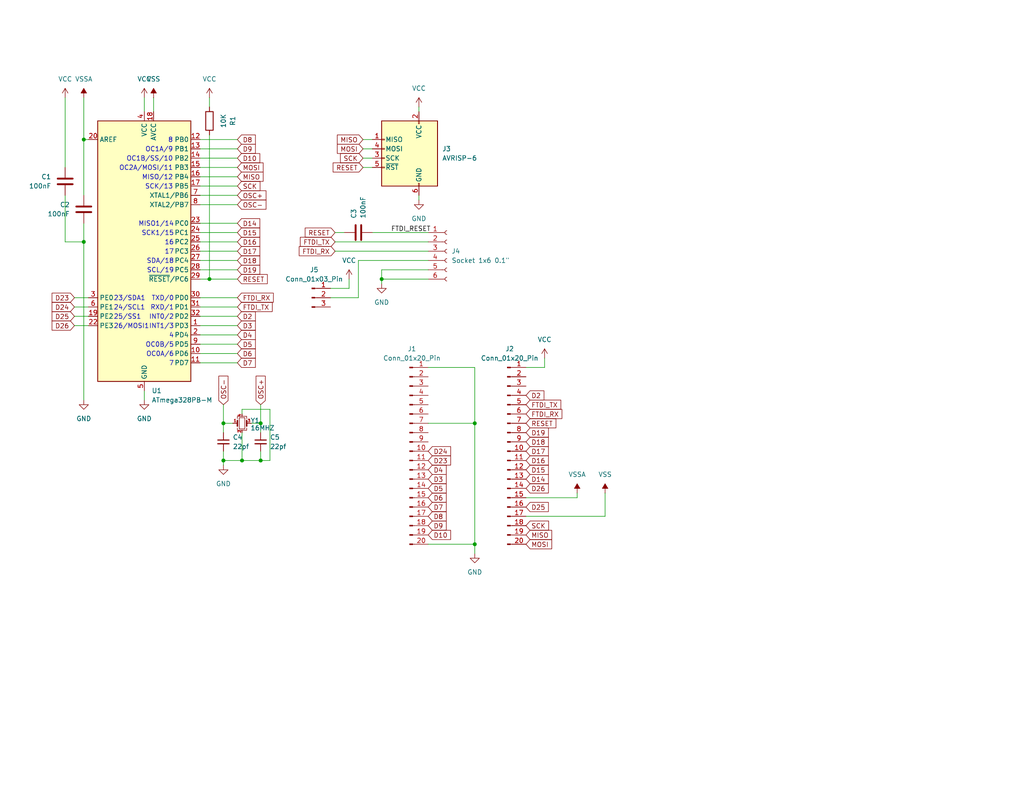
<source format=kicad_sch>
(kicad_sch (version 20231120) (generator "eeschema") (generator_version "8.0")
  (paper "USLetter")
  (title_block (title "OLED SPLICE FOR RPK5-GM4101") (date "2024-04-01") (rev "3") (company "JOHN SANDMEYER"))
  (lib_symbols
    (symbol "Connector:AVR-ISP-6" (pin_names (offset 1.016))
      (property "Reference" "J" (at -6.35 11.43 0))
      (property "Value" "AVR-ISP-6" (at 0 11.43 0))
      (symbol "AVR-ISP-6_0_1"
        (rectangle (start -2.667 -6.858) (end -2.413 -7.62))
        (rectangle (start -2.667 10.16) (end -2.413 9.398))
        (rectangle (start 7.62 -2.413) (end 6.858 -2.667))
        (rectangle (start 7.62 0.127) (end 6.858 -0.127))
        (rectangle (start 7.62 2.667) (end 6.858 2.413))
        (rectangle (start 7.62 5.207) (end 6.858 4.953))
        (rectangle (start 7.62 10.16) (end -7.62 -7.62) (stroke (width 0.254)) (fill (type background)))
      )
      (symbol "AVR-ISP-6_1_1"
        (pin passive line (at 10.16 5.08 180) (length 2.54) (name "MISO") (number "1"))
        (pin passive line (at -2.54 12.7 270) (length 2.54) (name "VCC") (number "2"))
        (pin passive line (at 10.16 0 180) (length 2.54) (name "SCK") (number "3"))
        (pin passive line (at 10.16 2.54 180) (length 2.54) (name "MOSI") (number "4"))
        (pin passive line (at 10.16 -2.54 180) (length 2.54) (name "~{RST}") (number "5"))
        (pin passive line (at -2.54 -10.16 90) (length 2.54) (name "GND") (number "6"))
      )
    )
    (symbol "Connector:Conn_01x03_Pin" (pin_names (offset 1.016) hide)
      (property "Reference" "J" (at 0 5.08 0))
      (property "Value" "Conn_01x03_Pin" (at 0 -5.08 0))
      (symbol "Conn_01x03_Pin_1_1"
        (polyline (pts (xy 1.27 -2.54) (xy 0.8636 -2.54)) (stroke (width 0.1524)))
        (polyline (pts (xy 1.27 0) (xy 0.8636 0)) (stroke (width 0.1524)))
        (polyline (pts (xy 1.27 2.54) (xy 0.8636 2.54)) (stroke (width 0.1524)))
        (rectangle (start 0.8636 -2.413) (end 0 -2.667) (stroke (width 0.1524)) (fill (type outline)))
        (rectangle (start 0.8636 0.127) (end 0 -0.127) (stroke (width 0.1524)) (fill (type outline)))
        (rectangle (start 0.8636 2.667) (end 0 2.413) (stroke (width 0.1524)) (fill (type outline)))
        (pin passive line (at 5.08 2.54 180) (length 3.81) (name "Pin_1") (number "1"))
        (pin passive line (at 5.08 0 180) (length 3.81) (name "Pin_2") (number "2"))
        (pin passive line (at 5.08 -2.54 180) (length 3.81) (name "Pin_3") (number "3"))
      )
    )
    (symbol "Connector:Conn_01x06_Socket" (pin_names (offset 1.016) hide)
      (property "Reference" "J" (at 0 7.62 0))
      (property "Value" "Conn_01x06_Socket" (at 0 -10.16 0))
      (symbol "Conn_01x06_Socket_1_1"
        (arc (start 0 -7.112) (mid -0.5058 -7.62) (end 0 -8.128) (stroke (width 0.1524)))
        (arc (start 0 -4.572) (mid -0.5058 -5.08) (end 0 -5.588) (stroke (width 0.1524)))
        (arc (start 0 -2.032) (mid -0.5058 -2.54) (end 0 -3.048) (stroke (width 0.1524)))
        (polyline (pts (xy -1.27 -7.62) (xy -0.508 -7.62)) (stroke (width 0.1524)))
        (polyline (pts (xy -1.27 -5.08) (xy -0.508 -5.08)) (stroke (width 0.1524)))
        (polyline (pts (xy -1.27 -2.54) (xy -0.508 -2.54)) (stroke (width 0.1524)))
        (polyline (pts (xy -1.27 0) (xy -0.508 0)) (stroke (width 0.1524)))
        (polyline (pts (xy -1.27 2.54) (xy -0.508 2.54)) (stroke (width 0.1524)))
        (polyline (pts (xy -1.27 5.08) (xy -0.508 5.08)) (stroke (width 0.1524)))
        (arc (start 0 0.508) (mid -0.5058 0) (end 0 -0.508) (stroke (width 0.1524)))
        (arc (start 0 3.048) (mid -0.5058 2.54) (end 0 2.032) (stroke (width 0.1524)))
        (arc (start 0 5.588) (mid -0.5058 5.08) (end 0 4.572) (stroke (width 0.1524)))
        (pin passive line (at -5.08 5.08 0) (length 3.81) (name "Pin_1") (number "1"))
        (pin passive line (at -5.08 2.54 0) (length 3.81) (name "Pin_2") (number "2"))
        (pin passive line (at -5.08 0 0) (length 3.81) (name "Pin_3") (number "3"))
        (pin passive line (at -5.08 -2.54 0) (length 3.81) (name "Pin_4") (number "4"))
        (pin passive line (at -5.08 -5.08 0) (length 3.81) (name "Pin_5") (number "5"))
        (pin passive line (at -5.08 -7.62 0) (length 3.81) (name "Pin_6") (number "6"))
      )
    )
    (symbol "Connector:Conn_01x20_Pin" (pin_names (offset 1.016) hide)
      (property "Reference" "J" (at 0 25.4 0))
      (property "Value" "Conn_01x20_Pin" (at 0 -27.94 0))
      (symbol "Conn_01x20_Pin_1_1"
        (polyline (pts (xy 1.27 -25.4) (xy 0.8636 -25.4)) (stroke (width 0.1524)))
        (polyline (pts (xy 1.27 -22.86) (xy 0.8636 -22.86)) (stroke (width 0.1524)))
        (polyline (pts (xy 1.27 -20.32) (xy 0.8636 -20.32)) (stroke (width 0.1524)))
        (polyline (pts (xy 1.27 -17.78) (xy 0.8636 -17.78)) (stroke (width 0.1524)))
        (polyline (pts (xy 1.27 -15.24) (xy 0.8636 -15.24)) (stroke (width 0.1524)))
        (polyline (pts (xy 1.27 -12.7) (xy 0.8636 -12.7)) (stroke (width 0.1524)))
        (polyline (pts (xy 1.27 -10.16) (xy 0.8636 -10.16)) (stroke (width 0.1524)))
        (polyline (pts (xy 1.27 -7.62) (xy 0.8636 -7.62)) (stroke (width 0.1524)))
        (polyline (pts (xy 1.27 -5.08) (xy 0.8636 -5.08)) (stroke (width 0.1524)))
        (polyline (pts (xy 1.27 -2.54) (xy 0.8636 -2.54)) (stroke (width 0.1524)))
        (polyline (pts (xy 1.27 0) (xy 0.8636 0)) (stroke (width 0.1524)))
        (polyline (pts (xy 1.27 2.54) (xy 0.8636 2.54)) (stroke (width 0.1524)))
        (polyline (pts (xy 1.27 5.08) (xy 0.8636 5.08)) (stroke (width 0.1524)))
        (polyline (pts (xy 1.27 7.62) (xy 0.8636 7.62)) (stroke (width 0.1524)))
        (polyline (pts (xy 1.27 10.16) (xy 0.8636 10.16)) (stroke (width 0.1524)))
        (polyline (pts (xy 1.27 12.7) (xy 0.8636 12.7)) (stroke (width 0.1524)))
        (polyline (pts (xy 1.27 15.24) (xy 0.8636 15.24)) (stroke (width 0.1524)))
        (polyline (pts (xy 1.27 17.78) (xy 0.8636 17.78)) (stroke (width 0.1524)))
        (polyline (pts (xy 1.27 20.32) (xy 0.8636 20.32)) (stroke (width 0.1524)))
        (polyline (pts (xy 1.27 22.86) (xy 0.8636 22.86)) (stroke (width 0.1524)))
        (rectangle (start 0.8636 -25.273) (end 0 -25.527) (stroke (width 0.1524)) (fill (type outline)))
        (rectangle (start 0.8636 -22.733) (end 0 -22.987) (stroke (width 0.1524)) (fill (type outline)))
        (rectangle (start 0.8636 -20.193) (end 0 -20.447) (stroke (width 0.1524)) (fill (type outline)))
        (rectangle (start 0.8636 -17.653) (end 0 -17.907) (stroke (width 0.1524)) (fill (type outline)))
        (rectangle (start 0.8636 -15.113) (end 0 -15.367) (stroke (width 0.1524)) (fill (type outline)))
        (rectangle (start 0.8636 -12.573) (end 0 -12.827) (stroke (width 0.1524)) (fill (type outline)))
        (rectangle (start 0.8636 -10.033) (end 0 -10.287) (stroke (width 0.1524)) (fill (type outline)))
        (rectangle (start 0.8636 -7.493) (end 0 -7.747) (stroke (width 0.1524)) (fill (type outline)))
        (rectangle (start 0.8636 -4.953) (end 0 -5.207) (stroke (width 0.1524)) (fill (type outline)))
        (rectangle (start 0.8636 -2.413) (end 0 -2.667) (stroke (width 0.1524)) (fill (type outline)))
        (rectangle (start 0.8636 0.127) (end 0 -0.127) (stroke (width 0.1524)) (fill (type outline)))
        (rectangle (start 0.8636 2.667) (end 0 2.413) (stroke (width 0.1524)) (fill (type outline)))
        (rectangle (start 0.8636 5.207) (end 0 4.953) (stroke (width 0.1524)) (fill (type outline)))
        (rectangle (start 0.8636 7.747) (end 0 7.493) (stroke (width 0.1524)) (fill (type outline)))
        (rectangle (start 0.8636 10.287) (end 0 10.033) (stroke (width 0.1524)) (fill (type outline)))
        (rectangle (start 0.8636 12.827) (end 0 12.573) (stroke (width 0.1524)) (fill (type outline)))
        (rectangle (start 0.8636 15.367) (end 0 15.113) (stroke (width 0.1524)) (fill (type outline)))
        (rectangle (start 0.8636 17.907) (end 0 17.653) (stroke (width 0.1524)) (fill (type outline)))
        (rectangle (start 0.8636 20.447) (end 0 20.193) (stroke (width 0.1524)) (fill (type outline)))
        (rectangle (start 0.8636 22.987) (end 0 22.733) (stroke (width 0.1524)) (fill (type outline)))
        (pin passive line (at 5.08 22.86 180) (length 3.81) (name "Pin_1") (number "1"))
        (pin passive line (at 5.08 0 180) (length 3.81) (name "Pin_10") (number "10"))
        (pin passive line (at 5.08 -2.54 180) (length 3.81) (name "Pin_11") (number "11"))
        (pin passive line (at 5.08 -5.08 180) (length 3.81) (name "Pin_12") (number "12"))
        (pin passive line (at 5.08 -7.62 180) (length 3.81) (name "Pin_13") (number "13"))
        (pin passive line (at 5.08 -10.16 180) (length 3.81) (name "Pin_14") (number "14"))
        (pin passive line (at 5.08 -12.7 180) (length 3.81) (name "Pin_15") (number "15"))
        (pin passive line (at 5.08 -15.24 180) (length 3.81) (name "Pin_16") (number "16"))
        (pin passive line (at 5.08 -17.78 180) (length 3.81) (name "Pin_17") (number "17"))
        (pin passive line (at 5.08 -20.32 180) (length 3.81) (name "Pin_18") (number "18"))
        (pin passive line (at 5.08 -22.86 180) (length 3.81) (name "Pin_19") (number "19"))
        (pin passive line (at 5.08 20.32 180) (length 3.81) (name "Pin_2") (number "2"))
        (pin passive line (at 5.08 -25.4 180) (length 3.81) (name "Pin_20") (number "20"))
        (pin passive line (at 5.08 17.78 180) (length 3.81) (name "Pin_3") (number "3"))
        (pin passive line (at 5.08 15.24 180) (length 3.81) (name "Pin_4") (number "4"))
        (pin passive line (at 5.08 12.7 180) (length 3.81) (name "Pin_5") (number "5"))
        (pin passive line (at 5.08 10.16 180) (length 3.81) (name "Pin_6") (number "6"))
        (pin passive line (at 5.08 7.62 180) (length 3.81) (name "Pin_7") (number "7"))
        (pin passive line (at 5.08 5.08 180) (length 3.81) (name "Pin_8") (number "8"))
        (pin passive line (at 5.08 2.54 180) (length 3.81) (name "Pin_9") (number "9"))
      )
    )
    (symbol "Device:C" (pin_numbers hide) (pin_names (offset 0.254))
      (property "Reference" "C" (at 0.635 2.54 0))
      (property "Value" "C" (at 0.635 -2.54 0))
      (symbol "C_0_1"
        (polyline (pts (xy -2.032 -0.762) (xy 2.032 -0.762)) (stroke (width 0.508)))
        (polyline (pts (xy -2.032 0.762) (xy 2.032 0.762)) (stroke (width 0.508)))
      )
      (symbol "C_1_1"
        (pin passive line (at 0 3.81 270) (length 2.794) (name "~") (number "1"))
        (pin passive line (at 0 -3.81 90) (length 2.794) (name "~") (number "2"))
      )
    )
    (symbol "Device:C_Small" (pin_numbers hide) (pin_names (offset 0.254) hide)
      (property "Reference" "C" (at 0.254 1.778 0))
      (property "Value" "C_Small" (at 0.254 -2.032 0))
      (symbol "C_Small_0_1"
        (polyline (pts (xy -1.524 -0.508) (xy 1.524 -0.508)) (stroke (width 0.3302)))
        (polyline (pts (xy -1.524 0.508) (xy 1.524 0.508)) (stroke (width 0.3048)))
      )
      (symbol "C_Small_1_1"
        (pin passive line (at 0 2.54 270) (length 2.032) (name "~") (number "1"))
        (pin passive line (at 0 -2.54 90) (length 2.032) (name "~") (number "2"))
      )
    )
    (symbol "Device:Crystal_GND24_Small" (pin_names (offset 1.016) hide)
      (property "Reference" "Y" (at 1.27 4.445 0))
      (property "Value" "Crystal_GND24_Small" (at 1.27 2.54 0))
      (symbol "Crystal_GND24_Small_0_1"
        (rectangle (start -0.762 -1.524) (end 0.762 1.524))
        (polyline (pts (xy -1.27 -0.762) (xy -1.27 0.762)) (stroke (width 0.381)))
        (polyline (pts (xy 1.27 -0.762) (xy 1.27 0.762)) (stroke (width 0.381)))
        (polyline (pts (xy -1.27 -1.27) (xy -1.27 -1.905) (xy 1.27 -1.905) (xy 1.27 -1.27)))
        (polyline (pts (xy -1.27 1.27) (xy -1.27 1.905) (xy 1.27 1.905) (xy 1.27 1.27)))
      )
      (symbol "Crystal_GND24_Small_1_1"
        (pin passive line (at -2.54 0 0) (length 1.27) (name "1") (number "1"))
        (pin passive line (at 0 -2.54 90) (length 0.635) (name "2") (number "2"))
        (pin passive line (at 2.54 0 180) (length 1.27) (name "3") (number "3"))
        (pin passive line (at 0 2.54 270) (length 0.635) (name "4") (number "4"))
      )
    )
    (symbol "Device:R" (pin_numbers hide) (pin_names (offset 0))
      (property "Reference" "R" (at 2.032 0 90))
      (property "Value" "R" (at 0 0 90))
      (symbol "R_0_1"
        (rectangle (start -1.016 -2.54) (end 1.016 2.54) (stroke (width 0.254)))
      )
      (symbol "R_1_1"
        (pin passive line (at 0 3.81 270) (length 1.27) (name "~") (number "1"))
        (pin passive line (at 0 -3.81 90) (length 1.27) (name "~") (number "2"))
      )
    )
    (symbol "MCU_Microchip_ATmega:ATmega328PB-M"
      (property "Reference" "U" (at -12.7 36.83 0))
      (property "Value" "ATmega328PB-M" (at 2.54 -36.83 0))
      (symbol "ATmega328PB-M_0_1"
        (rectangle (start -12.7 -35.56) (end 12.7 35.56) (stroke (width 0.254)) (fill (type background)))
      )
      (symbol "ATmega328PB-M_1_1"
        (pin bidirectional line (at 15.24 -20.32 180) (length 2.54) (name "PD3") (number "1"))
        (pin bidirectional line (at 15.24 -27.94 180) (length 2.54) (name "PD6") (number "10"))
        (pin bidirectional line (at 15.24 -30.48 180) (length 2.54) (name "PD7") (number "11"))
        (pin bidirectional line (at 15.24 30.48 180) (length 2.54) (name "PB0") (number "12"))
        (pin bidirectional line (at 15.24 27.94 180) (length 2.54) (name "PB1") (number "13"))
        (pin bidirectional line (at 15.24 25.4 180) (length 2.54) (name "PB2") (number "14"))
        (pin bidirectional line (at 15.24 22.86 180) (length 2.54) (name "PB3") (number "15"))
        (pin bidirectional line (at 15.24 20.32 180) (length 2.54) (name "PB4") (number "16"))
        (pin bidirectional line (at 15.24 17.78 180) (length 2.54) (name "PB5") (number "17"))
        (pin power_in line (at 2.54 38.1 270) (length 2.54) (name "AVCC") (number "18"))
        (pin bidirectional line (at -15.24 -17.78 0) (length 2.54) (name "PE2") (number "19"))
        (pin bidirectional line (at 15.24 -22.86 180) (length 2.54) (name "PD4") (number "2"))
        (pin passive line (at -15.24 30.48 0) (length 2.54) (name "AREF") (number "20"))
        (pin passive line (at 0 -38.1 90) (length 2.54) hide (name "GND") (number "21"))
        (pin bidirectional line (at -15.24 -20.32 0) (length 2.54) (name "PE3") (number "22"))
        (pin bidirectional line (at 15.24 7.62 180) (length 2.54) (name "PC0") (number "23"))
        (pin bidirectional line (at 15.24 5.08 180) (length 2.54) (name "PC1") (number "24"))
        (pin bidirectional line (at 15.24 2.54 180) (length 2.54) (name "PC2") (number "25"))
        (pin bidirectional line (at 15.24 0 180) (length 2.54) (name "PC3") (number "26"))
        (pin bidirectional line (at 15.24 -2.54 180) (length 2.54) (name "PC4") (number "27"))
        (pin bidirectional line (at 15.24 -5.08 180) (length 2.54) (name "PC5") (number "28"))
        (pin bidirectional line (at 15.24 -7.62 180) (length 2.54) (name "~{RESET}/PC6") (number "29"))
        (pin bidirectional line (at -15.24 -12.7 0) (length 2.54) (name "PE0") (number "3"))
        (pin bidirectional line (at 15.24 -12.7 180) (length 2.54) (name "PD0") (number "30"))
        (pin bidirectional line (at 15.24 -15.24 180) (length 2.54) (name "PD1") (number "31"))
        (pin bidirectional line (at 15.24 -17.78 180) (length 2.54) (name "PD2") (number "32"))
        (pin passive line (at 0 -38.1 90) (length 2.54) hide (name "GND") (number "33"))
        (pin power_in line (at 0 38.1 270) (length 2.54) (name "VCC") (number "4"))
        (pin power_in line (at 0 -38.1 90) (length 2.54) (name "GND") (number "5"))
        (pin bidirectional line (at -15.24 -15.24 0) (length 2.54) (name "PE1") (number "6"))
        (pin bidirectional line (at 15.24 15.24 180) (length 2.54) (name "XTAL1/PB6") (number "7"))
        (pin bidirectional line (at 15.24 12.7 180) (length 2.54) (name "XTAL2/PB7") (number "8"))
        (pin bidirectional line (at 15.24 -25.4 180) (length 2.54) (name "PD5") (number "9"))
      )
    )
    (symbol "power:GND" (power) (pin_names (offset 0))
      (property "Value" "GND" (at 0 -3.81 0))
      (symbol "GND_0_1"
        (polyline (pts (xy 0 0) (xy 0 -1.27) (xy 1.27 -1.27) (xy 0 -2.54) (xy -1.27 -1.27) (xy 0 -1.27)))
      )
      (symbol "GND_1_1"
        (pin power_in line (at 0 0 270) (length 0) hide (name "GND") (number "1"))
      )
    )
    (symbol "power:VCC" (power) (pin_names (offset 0))
      (property "Value" "VCC" (at 0 3.81 0))
      (symbol "VCC_0_1"
        (polyline (pts (xy -0.762 1.27) (xy 0 2.54)))
        (polyline (pts (xy 0 0) (xy 0 2.54)))
        (polyline (pts (xy 0 2.54) (xy 0.762 1.27)))
      )
      (symbol "VCC_1_1"
        (pin power_in line (at 0 0 90) (length 0) hide (name "VCC") (number "1"))
      )
    )
    (symbol "power:VSS" (power) (pin_numbers hide) (pin_names (offset 0) hide)
      (property "Value" "VSS" (at 0 3.556 0))
      (symbol "VSS_0_1"
        (polyline (pts (xy 0 0) (xy 0 2.54)))
        (polyline (pts (xy 0.762 1.27) (xy -0.762 1.27) (xy 0 2.54) (xy 0.762 1.27)) (fill (type outline)))
      )
      (symbol "VSS_1_1"
        (pin power_in line (at 0 0 90) (length 0) (name "~") (number "1"))
      )
    )
    (symbol "power:VSSA" (power) (pin_numbers hide) (pin_names (offset 0) hide)
      (property "Value" "VSSA" (at 0 3.556 0))
      (symbol "VSSA_0_1"
        (polyline (pts (xy 0 0) (xy 0 2.54)))
        (polyline (pts (xy 0.762 1.27) (xy -0.762 1.27) (xy 0 2.54) (xy 0.762 1.27)) (fill (type outline)))
      )
      (symbol "VSSA_1_1"
        (pin power_in line (at 0 0 90) (length 0) (name "~") (number "1"))
      )
    )
  )
  (junction (at 71.12 125.73))
  (junction (at 129.54 148.59))
  (junction (at 60.96 125.73))
  (junction (at 60.96 115.57))
  (junction (at 104.14 76.2))
  (junction (at 66.04 125.73))
  (junction (at 129.54 115.57))
  (junction (at 22.86 38.1))
  (junction (at 71.12 115.57))
  (junction (at 57.15 76.2))
  (junction (at 22.86 66.04))
  (wire (pts (xy 129.54 115.57) (xy 129.54 148.59)))
  (wire (pts (xy 66.04 118.11) (xy 66.04 125.73)))
  (wire (pts (xy 60.96 125.73) (xy 66.04 125.73)))
  (wire (pts (xy 54.61 45.72) (xy 64.77 45.72)))
  (wire (pts (xy 99.06 45.72) (xy 101.6 45.72)))
  (wire (pts (xy 54.61 48.26) (xy 64.77 48.26)))
  (wire (pts (xy 157.48 135.89) (xy 157.48 134.62)))
  (wire (pts (xy 22.86 66.04) (xy 22.86 109.22)))
  (wire (pts (xy 91.44 68.58) (xy 116.84 68.58)))
  (wire (pts (xy 104.14 73.66) (xy 104.14 76.2)))
  (wire (pts (xy 57.15 76.2) (xy 64.77 76.2)))
  (wire (pts (xy 60.96 110.49) (xy 60.96 115.57)))
  (wire (pts (xy 22.86 60.96) (xy 22.86 66.04)))
  (wire (pts (xy 60.96 115.57) (xy 60.96 118.11)))
  (wire (pts (xy 17.78 53.34) (xy 17.78 66.04)))
  (wire (pts (xy 54.61 53.34) (xy 64.77 53.34)))
  (wire (pts (xy 99.06 38.1) (xy 101.6 38.1)))
  (wire (pts (xy 54.61 66.04) (xy 64.77 66.04)))
  (wire (pts (xy 54.61 50.8) (xy 64.77 50.8)))
  (wire (pts (xy 20.32 86.36) (xy 24.13 86.36)))
  (wire (pts (xy 91.44 63.5) (xy 93.98 63.5)))
  (wire (pts (xy 73.66 111.76) (xy 73.66 125.73)))
  (wire (pts (xy 143.51 100.33) (xy 148.59 100.33)))
  (wire (pts (xy 54.61 73.66) (xy 64.77 73.66)))
  (wire (pts (xy 116.84 73.66) (xy 104.14 73.66)))
  (wire (pts (xy 71.12 125.73) (xy 73.66 125.73)))
  (wire (pts (xy 17.78 66.04) (xy 22.86 66.04)))
  (wire (pts (xy 54.61 96.52) (xy 64.77 96.52)))
  (wire (pts (xy 148.59 100.33) (xy 148.59 97.79)))
  (wire (pts (xy 97.79 71.12) (xy 97.79 81.28)))
  (wire (pts (xy 71.12 123.19) (xy 71.12 125.73)))
  (wire (pts (xy 101.6 63.5) (xy 116.84 63.5)))
  (wire (pts (xy 129.54 148.59) (xy 129.54 151.13)))
  (wire (pts (xy 20.32 88.9) (xy 24.13 88.9)))
  (wire (pts (xy 66.04 125.73) (xy 71.12 125.73)))
  (wire (pts (xy 20.32 81.28) (xy 24.13 81.28)))
  (wire (pts (xy 39.37 26.67) (xy 39.37 30.48)))
  (wire (pts (xy 20.32 83.82) (xy 24.13 83.82)))
  (wire (pts (xy 71.12 110.49) (xy 71.12 115.57)))
  (wire (pts (xy 54.61 81.28) (xy 64.77 81.28)))
  (wire (pts (xy 57.15 36.83) (xy 57.15 76.2)))
  (wire (pts (xy 22.86 38.1) (xy 22.86 53.34)))
  (wire (pts (xy 104.14 76.2) (xy 104.14 77.47)))
  (wire (pts (xy 54.61 55.88) (xy 64.77 55.88)))
  (wire (pts (xy 54.61 60.96) (xy 64.77 60.96)))
  (wire (pts (xy 54.61 91.44) (xy 64.77 91.44)))
  (wire (pts (xy 116.84 115.57) (xy 129.54 115.57)))
  (wire (pts (xy 54.61 83.82) (xy 64.77 83.82)))
  (wire (pts (xy 97.79 81.28) (xy 90.17 81.28)))
  (wire (pts (xy 17.78 45.72) (xy 17.78 26.67)))
  (wire (pts (xy 99.06 40.64) (xy 101.6 40.64)))
  (wire (pts (xy 54.61 43.18) (xy 64.77 43.18)))
  (wire (pts (xy 22.86 38.1) (xy 24.13 38.1)))
  (wire (pts (xy 54.61 40.64) (xy 64.77 40.64)))
  (wire (pts (xy 95.25 78.74) (xy 95.25 76.2)))
  (wire (pts (xy 54.61 93.98) (xy 64.77 93.98)))
  (wire (pts (xy 54.61 71.12) (xy 64.77 71.12)))
  (wire (pts (xy 41.91 26.67) (xy 41.91 30.48)))
  (wire (pts (xy 54.61 99.06) (xy 64.77 99.06)))
  (wire (pts (xy 116.84 71.12) (xy 97.79 71.12)))
  (wire (pts (xy 116.84 148.59) (xy 129.54 148.59)))
  (wire (pts (xy 90.17 78.74) (xy 95.25 78.74)))
  (wire (pts (xy 68.58 115.57) (xy 71.12 115.57)))
  (wire (pts (xy 91.44 66.04) (xy 116.84 66.04)))
  (wire (pts (xy 165.1 140.97) (xy 165.1 134.62)))
  (wire (pts (xy 99.06 43.18) (xy 101.6 43.18)))
  (wire (pts (xy 71.12 115.57) (xy 71.12 118.11)))
  (wire (pts (xy 60.96 123.19) (xy 60.96 125.73)))
  (wire (pts (xy 129.54 100.33) (xy 129.54 115.57)))
  (wire (pts (xy 54.61 86.36) (xy 64.77 86.36)))
  (wire (pts (xy 39.37 106.68) (xy 39.37 109.22)))
  (wire (pts (xy 54.61 76.2) (xy 57.15 76.2)))
  (wire (pts (xy 54.61 68.58) (xy 64.77 68.58)))
  (wire (pts (xy 60.96 115.57) (xy 63.5 115.57)))
  (wire (pts (xy 66.04 113.03) (xy 66.04 111.76)))
  (wire (pts (xy 54.61 38.1) (xy 64.77 38.1)))
  (wire (pts (xy 116.84 100.33) (xy 129.54 100.33)))
  (wire (pts (xy 60.96 125.73) (xy 60.96 127)))
  (wire (pts (xy 57.15 29.21) (xy 57.15 26.67)))
  (wire (pts (xy 64.77 63.5) (xy 54.61 63.5)))
  (wire (pts (xy 104.14 76.2) (xy 116.84 76.2)))
  (wire (pts (xy 114.3 29.21) (xy 114.3 30.48)))
  (wire (pts (xy 114.3 54.61) (xy 114.3 53.34)))
  (wire (pts (xy 143.51 140.97) (xy 165.1 140.97)))
  (wire (pts (xy 22.86 26.67) (xy 22.86 38.1)))
  (wire (pts (xy 143.51 135.89) (xy 157.48 135.89)))
  (wire (pts (xy 54.61 88.9) (xy 64.77 88.9)))
  (wire (pts (xy 66.04 111.76) (xy 73.66 111.76)))
  (text "23/SDA1" (at 30.988 81.534 0) (effects (font (size 1.27 1.27)) (justify left)))
  (text "OC0B/5" (at 47.498 94.234 0) (effects (font (size 1.27 1.27)) (justify right)))
  (text "INT1/3\n" (at 47.498 89.154 0) (effects (font (size 1.27 1.27)) (justify right)))
  (text "RXD/1" (at 47.498 84.074 0) (effects (font (size 1.27 1.27)) (justify right)))
  (text "INT0/2" (at 47.498 86.614 0) (effects (font (size 1.27 1.27)) (justify right)))
  (text "SCK1/15" (at 47.498 63.754 0) (effects (font (size 1.27 1.27)) (justify right)))
  (text "8\n" (at 47.244 38.354 0) (effects (font (size 1.27 1.27)) (justify right)))
  (text "17" (at 47.498 68.834 0) (effects (font (size 1.27 1.27)) (justify right)))
  (text "OC1B/SS/10" (at 47.244 43.434 0) (effects (font (size 1.27 1.27)) (justify right)))
  (text "OC0A/6" (at 47.498 96.774 0) (effects (font (size 1.27 1.27)) (justify right)))
  (text "SCL/19" (at 47.498 73.914 0) (effects (font (size 1.27 1.27)) (justify right)))
  (text "16" (at 47.498 66.294 0) (effects (font (size 1.27 1.27)) (justify right)))
  (text "24/SCL1" (at 30.988 84.074 0) (effects (font (size 1.27 1.27)) (justify left)))
  (text "SCK/13" (at 47.244 51.054 0) (effects (font (size 1.27 1.27)) (justify right)))
  (text "TXD/0" (at 47.498 81.534 0) (effects (font (size 1.27 1.27)) (justify right)))
  (text "SDA/18" (at 47.498 71.374 0) (effects (font (size 1.27 1.27)) (justify right)))
  (text "7" (at 47.498 99.314 0) (effects (font (size 1.27 1.27)) (justify right)))
  (text "26/MOSI1" (at 30.988 89.154 0) (effects (font (size 1.27 1.27)) (justify left)))
  (text "MISO/12" (at 47.244 48.514 0) (effects (font (size 1.27 1.27)) (justify right)))
  (text "OC1A/9\n" (at 47.244 40.894 0) (effects (font (size 1.27 1.27)) (justify right)))
  (text "MISO1/14" (at 47.498 61.214 0) (effects (font (size 1.27 1.27)) (justify right)))
  (text "25/SS1" (at 30.988 86.614 0) (effects (font (size 1.27 1.27)) (justify left)))
  (text "4" (at 47.498 91.694 0) (effects (font (size 1.27 1.27)) (justify right)))
  (text "OC2A/MOSI/11" (at 47.244 45.974 0) (effects (font (size 1.27 1.27)) (justify right)))
  (label "FTDI_RESET" (at 106.68 63.5 0))
  (global_label "D14" (shape input) (at 143.51 130.81 0) (property "Intersheetrefs" "${INTERSHEET_REFS}" (effects (hide yes))))
  (global_label "D16" (shape input) (at 143.51 125.73 0) (property "Intersheetrefs" "${INTERSHEET_REFS}" (effects (hide yes))))
  (global_label "D15" (shape input) (at 64.77 63.5 0) (property "Intersheetrefs" "${INTERSHEET_REFS}" (effects (hide yes))))
  (global_label "D9" (shape input) (at 116.84 143.51 0) (property "Intersheetrefs" "${INTERSHEET_REFS}" (effects (hide yes))))
  (global_label "FTDI_RX" (shape input) (at 64.77 81.28 0) (property "Intersheetrefs" "${INTERSHEET_REFS}" (effects (hide yes))))
  (global_label "D18" (shape input) (at 64.77 71.12 0) (property "Intersheetrefs" "${INTERSHEET_REFS}" (effects (hide yes))))
  (global_label "SCK" (shape input) (at 143.51 143.51 0) (property "Intersheetrefs" "${INTERSHEET_REFS}" (effects (hide yes))))
  (global_label "D2" (shape input) (at 64.77 86.36 0) (property "Intersheetrefs" "${INTERSHEET_REFS}" (effects (hide yes))))
  (global_label "FTDI_RX" (shape input) (at 143.51 113.03 0) (property "Intersheetrefs" "${INTERSHEET_REFS}" (effects (hide yes))))
  (global_label "D5" (shape input) (at 116.84 133.35 0) (property "Intersheetrefs" "${INTERSHEET_REFS}" (effects (hide yes))))
  (global_label "RESET" (shape input) (at 64.77 76.2 0) (property "Intersheetrefs" "${INTERSHEET_REFS}" (effects (hide yes))))
  (global_label "OSC+" (shape input) (at 71.12 110.49 90) (property "Intersheetrefs" "${INTERSHEET_REFS}" (effects (hide yes))))
  (global_label "D16" (shape input) (at 64.77 66.04 0) (property "Intersheetrefs" "${INTERSHEET_REFS}" (effects (hide yes))))
  (global_label "MISO" (shape input) (at 143.51 146.05 0) (property "Intersheetrefs" "${INTERSHEET_REFS}" (effects (hide yes))))
  (global_label "D7" (shape input) (at 116.84 138.43 0) (property "Intersheetrefs" "${INTERSHEET_REFS}" (effects (hide yes))))
  (global_label "D8" (shape input) (at 64.77 38.1 0) (property "Intersheetrefs" "${INTERSHEET_REFS}" (effects (hide yes))))
  (global_label "D17" (shape input) (at 64.77 68.58 0) (property "Intersheetrefs" "${INTERSHEET_REFS}" (effects (hide yes))))
  (global_label "MOSI" (shape input) (at 99.06 40.64 180) (property "Intersheetrefs" "${INTERSHEET_REFS}" (effects (hide yes))))
  (global_label "D14" (shape input) (at 64.77 60.96 0) (property "Intersheetrefs" "${INTERSHEET_REFS}" (effects (hide yes))))
  (global_label "D8" (shape input) (at 116.84 140.97 0) (property "Intersheetrefs" "${INTERSHEET_REFS}" (effects (hide yes))))
  (global_label "D24" (shape input) (at 116.84 123.19 0) (property "Intersheetrefs" "${INTERSHEET_REFS}" (effects (hide yes))))
  (global_label "D23" (shape input) (at 20.32 81.28 180) (property "Intersheetrefs" "${INTERSHEET_REFS}" (effects (hide yes))))
  (global_label "D4" (shape input) (at 116.84 128.27 0) (property "Intersheetrefs" "${INTERSHEET_REFS}" (effects (hide yes))))
  (global_label "D3" (shape input) (at 116.84 130.81 0) (property "Intersheetrefs" "${INTERSHEET_REFS}" (effects (hide yes))))
  (global_label "D9" (shape input) (at 64.77 40.64 0) (property "Intersheetrefs" "${INTERSHEET_REFS}" (effects (hide yes))))
  (global_label "MISO" (shape input) (at 99.06 38.1 180) (property "Intersheetrefs" "${INTERSHEET_REFS}" (effects (hide yes))))
  (global_label "D23" (shape input) (at 116.84 125.73 0) (property "Intersheetrefs" "${INTERSHEET_REFS}" (effects (hide yes))))
  (global_label "OSC-" (shape input) (at 64.77 55.88 0) (property "Intersheetrefs" "${INTERSHEET_REFS}" (effects (hide yes))))
  (global_label "D6" (shape input) (at 116.84 135.89 0) (property "Intersheetrefs" "${INTERSHEET_REFS}" (effects (hide yes))))
  (global_label "D3" (shape input) (at 64.77 88.9 0) (property "Intersheetrefs" "${INTERSHEET_REFS}" (effects (hide yes))))
  (global_label "D5" (shape input) (at 64.77 93.98 0) (property "Intersheetrefs" "${INTERSHEET_REFS}" (effects (hide yes))))
  (global_label "D7" (shape input) (at 64.77 99.06 0) (property "Intersheetrefs" "${INTERSHEET_REFS}" (effects (hide yes))))
  (global_label "D6" (shape input) (at 64.77 96.52 0) (property "Intersheetrefs" "${INTERSHEET_REFS}" (effects (hide yes))))
  (global_label "RESET" (shape input) (at 91.44 63.5 180) (property "Intersheetrefs" "${INTERSHEET_REFS}" (effects (hide yes))))
  (global_label "D19" (shape input) (at 143.51 118.11 0) (property "Intersheetrefs" "${INTERSHEET_REFS}" (effects (hide yes))))
  (global_label "D26" (shape input) (at 143.51 133.35 0) (property "Intersheetrefs" "${INTERSHEET_REFS}" (effects (hide yes))))
  (global_label "D2" (shape input) (at 143.51 107.95 0) (property "Intersheetrefs" "${INTERSHEET_REFS}" (effects (hide yes))))
  (global_label "D25" (shape input) (at 20.32 86.36 180) (property "Intersheetrefs" "${INTERSHEET_REFS}" (effects (hide yes))))
  (global_label "OSC+" (shape input) (at 64.77 53.34 0) (property "Intersheetrefs" "${INTERSHEET_REFS}" (effects (hide yes))))
  (global_label "D4" (shape input) (at 64.77 91.44 0) (property "Intersheetrefs" "${INTERSHEET_REFS}" (effects (hide yes))))
  (global_label "D10" (shape input) (at 116.84 146.05 0) (property "Intersheetrefs" "${INTERSHEET_REFS}" (effects (hide yes))))
  (global_label "OSC-" (shape input) (at 60.96 110.49 90) (property "Intersheetrefs" "${INTERSHEET_REFS}" (effects (hide yes))))
  (global_label "D18" (shape input) (at 143.51 120.65 0) (property "Intersheetrefs" "${INTERSHEET_REFS}" (effects (hide yes))))
  (global_label "FTDI_RX" (shape input) (at 91.44 68.58 180) (property "Intersheetrefs" "${INTERSHEET_REFS}" (effects (hide yes))))
  (global_label "SCK" (shape input) (at 99.06 43.18 180) (property "Intersheetrefs" "${INTERSHEET_REFS}" (effects (hide yes))))
  (global_label "FTDI_TX" (shape input) (at 143.51 110.49 0) (property "Intersheetrefs" "${INTERSHEET_REFS}" (effects (hide yes))))
  (global_label "MOSI" (shape input) (at 64.77 45.72 0) (property "Intersheetrefs" "${INTERSHEET_REFS}" (effects (hide yes))))
  (global_label "D15" (shape input) (at 143.51 128.27 0) (property "Intersheetrefs" "${INTERSHEET_REFS}" (effects (hide yes))))
  (global_label "D24" (shape input) (at 20.32 83.82 180) (property "Intersheetrefs" "${INTERSHEET_REFS}" (effects (hide yes))))
  (global_label "FTDI_TX" (shape input) (at 91.44 66.04 180) (property "Intersheetrefs" "${INTERSHEET_REFS}" (effects (hide yes))))
  (global_label "SCK" (shape input) (at 64.77 50.8 0) (property "Intersheetrefs" "${INTERSHEET_REFS}" (effects (hide yes))))
  (global_label "D25" (shape input) (at 143.51 138.43 0) (property "Intersheetrefs" "${INTERSHEET_REFS}" (effects (hide yes))))
  (global_label "MISO" (shape input) (at 64.77 48.26 0) (property "Intersheetrefs" "${INTERSHEET_REFS}" (effects (hide yes))))
  (global_label "RESET" (shape input) (at 143.51 115.57 0) (property "Intersheetrefs" "${INTERSHEET_REFS}" (effects (hide yes))))
  (global_label "D17" (shape input) (at 143.51 123.19 0) (property "Intersheetrefs" "${INTERSHEET_REFS}" (effects (hide yes))))
  (global_label "FTDI_TX" (shape input) (at 64.77 83.82 0) (property "Intersheetrefs" "${INTERSHEET_REFS}" (effects (hide yes))))
  (global_label "MOSI" (shape input) (at 143.51 148.59 0) (property "Intersheetrefs" "${INTERSHEET_REFS}" (effects (hide yes))))
  (global_label "D26" (shape input) (at 20.32 88.9 180) (property "Intersheetrefs" "${INTERSHEET_REFS}" (effects (hide yes))))
  (global_label "D19" (shape input) (at 64.77 73.66 0) (property "Intersheetrefs" "${INTERSHEET_REFS}" (effects (hide yes))))
  (global_label "RESET" (shape input) (at 99.06 45.72 180) (property "Intersheetrefs" "${INTERSHEET_REFS}" (effects (hide yes))))
  (global_label "D10" (shape input) (at 64.77 43.18 0) (property "Intersheetrefs" "${INTERSHEET_REFS}" (effects (hide yes))))
  (symbol (lib_id "power:VCC") (at 57.15 26.67 0) (unit 1)
    (property "Reference" "#PWR020" (effects (hide yes)))
    (property "Value" "VCC" (at 57.15 21.59 0))
  )
  (symbol (lib_id "power:GND") (at 114.3 54.61 0) (unit 1)
    (property "Reference" "#PWR05" (effects (hide yes)))
    (property "Value" "GND" (at 114.3 59.69 0))
  )
  (symbol (lib_id "power:VCC") (at 148.59 97.79 0) (unit 1)
    (property "Reference" "#PWR07" (effects (hide yes)))
    (property "Value" "VCC" (at 148.59 92.71 0))
  )
  (symbol (lib_id "Device:R") (at 57.15 33.02 0) (unit 1)
    (property "Reference" "R1" (at 63.5 33.02 90))
    (property "Value" "10K" (at 60.96 33.02 90))
    (property "Footprint" "Resistor_SMD:R_0402_1005Metric" (effects (hide yes)))
  )
  (symbol (lib_id "power:GND") (at 60.96 127 0) (unit 1)
    (property "Reference" "#PWR028" (effects (hide yes)))
    (property "Value" "GND" (at 60.96 132.08 0))
  )
  (symbol (lib_id "Connector:Conn_01x20_Pin") (at 111.76 123.19 0) (unit 1)
    (property "Reference" "J1" (at 112.395 95.25 0))
    (property "Value" "Conn_01x20_Pin" (at 112.395 97.79 0))
    (property "Footprint" "Connector_PinHeader_2.54mm:PinHeader_1x20_P2.54mm_Vertical" (effects (hide yes)))
    (property "Description" "Generic connector, single row, 01x20, script generated" (effects (hide yes)))
  )
  (symbol (lib_id "Connector:Conn_01x20_Pin") (at 138.43 123.19 0) (unit 1)
    (property "Reference" "J2" (at 139.065 95.25 0))
    (property "Value" "Conn_01x20_Pin" (at 139.065 97.79 0))
    (property "Footprint" "Connector_PinHeader_2.54mm:PinHeader_1x20_P2.54mm_Vertical" (effects (hide yes)))
    (property "Description" "Generic connector, single row, 01x20, script generated" (effects (hide yes)))
  )
  (symbol (lib_id "Device:C") (at 22.86 57.15 0) (mirror y) (unit 1)
    (property "Reference" "C2" (at 19.05 55.8799 0) (effects (justify left)))
    (property "Value" "100nF" (at 19.05 58.4199 0) (effects (justify left)))
    (property "Footprint" "Capacitor_SMD:C_0402_1005Metric" (effects (hide yes)))
  )
  (symbol (lib_id "Device:C") (at 97.79 63.5 90) (unit 1)
    (property "Reference" "C3" (at 96.5199 59.69 0) (effects (justify left)))
    (property "Value" "100nF" (at 99.0599 59.69 0) (effects (justify left)))
    (property "Footprint" "Capacitor_SMD:C_0402_1005Metric" (effects (hide yes)))
  )
  (symbol (lib_id "power:GND") (at 22.86 109.22 0) (unit 1)
    (property "Reference" "#PWR021" (effects (hide yes)))
    (property "Value" "GND" (at 22.86 114.3 0))
  )
  (symbol (lib_id "power:VCC") (at 17.78 26.67 0) (unit 1)
    (property "Reference" "#PWR03" (effects (hide yes)))
    (property "Value" "VCC" (at 17.78 21.59 0))
  )
  (symbol (lib_id "power:VCC") (at 39.37 26.67 0) (unit 1)
    (property "Reference" "#PWR014" (effects (hide yes)))
    (property "Value" "VCC" (at 39.37 21.59 0))
  )
  (symbol (lib_id "power:VSSA") (at 22.86 26.67 0) (unit 1)
    (property "Reference" "#PWR01" (effects (hide yes)))
    (property "Value" "VSSA" (at 22.86 21.59 0))
    (property "Description" "Power symbol creates a global label with name \"VSSA\"" (effects (hide yes)))
  )
  (symbol (lib_id "power:VCC") (at 114.3 29.21 0) (unit 1)
    (property "Reference" "#PWR06" (effects (hide yes)))
    (property "Value" "VCC" (at 114.3 24.13 0))
  )
  (symbol (lib_id "power:GND") (at 129.54 151.13 0) (unit 1)
    (property "Reference" "#PWR010" (effects (hide yes)))
    (property "Value" "GND" (at 129.54 156.21 0))
  )
  (symbol (lib_id "power:VCC") (at 95.25 76.2 0) (unit 1)
    (property "Reference" "#PWR04" (effects (hide yes)))
    (property "Value" "VCC" (at 95.25 71.12 0))
  )
  (symbol (lib_id "Device:C_Small") (at 60.96 120.65 0) (unit 1)
    (property "Reference" "C4" (at 63.5 119.3862 0) (effects (justify left)))
    (property "Value" "22pf" (at 63.5 121.9262 0) (effects (justify left)))
    (property "Footprint" "Capacitor_SMD:C_0402_1005Metric" (effects (hide yes)))
    (property "Description" "Unpolarized capacitor, small symbol" (effects (hide yes)))
  )
  (symbol (lib_id "power:GND") (at 104.14 77.47 0) (unit 1)
    (property "Reference" "#PWR012" (effects (hide yes)))
    (property "Value" "GND" (at 104.14 82.55 0))
  )
  (symbol (lib_id "Connector:Conn_01x06_Socket") (at 121.92 68.58 0) (unit 1)
    (property "Reference" "J4" (at 123.19 68.5799 0) (effects (justify left)))
    (property "Value" "Socket 1x6 0.1\"" (at 123.19 71.1199 0) (effects (justify left)))
    (property "Footprint" "jsdev:PinSocket_1x06_P2.54mm_Vertical_Box" (effects (hide yes)))
    (property "Description" "Generic connector, single row, 01x06, script generated" (effects (hide yes)))
  )
  (symbol (lib_id "MCU_Microchip_ATmega:ATmega328PB-M") (at 39.37 68.58 0) (unit 1)
    (property "Reference" "U1" (at 41.3894 106.68 0) (effects (justify left)))
    (property "Value" "ATmega328PB-M" (at 41.3894 109.22 0) (effects (justify left)))
    (property "Footprint" "Package_DFN_QFN:QFN-32-1EP_5x5mm_P0.5mm_EP3.1x3.1mm" (effects (hide yes)))
    (property "Datasheet" "http://ww1.microchip.com/downloads/en/DeviceDoc/40001906C.pdf" (effects (hide yes)))
  )
  (symbol (lib_id "power:VSS") (at 41.91 26.67 0) (unit 1)
    (property "Reference" "#PWR02" (effects (hide yes)))
    (property "Value" "VSS" (at 41.91 21.59 0))
    (property "Description" "Power symbol creates a global label with name \"VSS\"" (effects (hide yes)))
  )
  (symbol (lib_id "Connector:AVR-ISP-6") (at 111.76 43.18 0) (mirror y) (unit 1)
    (property "Reference" "J3" (at 120.65 40.6399 0) (effects (justify right)))
    (property "Value" "AVRISP-6" (at 120.65 43.1799 0) (effects (justify right)))
    (property "Footprint" "jsdev:PinHeader_ISP_POGO" (effects (hide yes)))
    (property "Datasheet" " ~" (effects (hide yes)))
    (property "Description" "Atmel 6-pin ISP connector" (effects (hide yes)))
  )
  (symbol (lib_id "Device:C") (at 17.78 49.53 0) (mirror y) (unit 1)
    (property "Reference" "C1" (at 13.97 48.2599 0) (effects (justify left)))
    (property "Value" "100nF" (at 13.97 50.7999 0) (effects (justify left)))
    (property "Footprint" "Capacitor_SMD:C_0402_1005Metric" (effects (hide yes)))
  )
  (symbol (lib_id "Device:Crystal_GND24_Small") (at 66.04 115.57 0) (unit 1)
    (property "Reference" "Y1" (at 69.596 114.808 0))
    (property "Value" "16MHZ" (at 71.628 116.84 0))
    (property "Footprint" "Crystal:Crystal_SMD_3225-4Pin_3.2x2.5mm" (effects (hide yes)))
    (property "Datasheet" "https://ecsxtal.com/store/pdf/ecx-32.pdf" (effects (hide yes)))
    (property "Description" "ECS-160-12-33-AGN-TR3" (effects (hide yes)))
  )
  (symbol (lib_id "power:GND") (at 39.37 109.22 0) (unit 1)
    (property "Reference" "#PWR0106" (effects (hide yes)))
    (property "Value" "GND" (at 39.37 114.3 0))
  )
  (symbol (lib_id "power:VSSA") (at 157.48 134.62 0) (unit 1)
    (property "Reference" "#PWR09" (effects (hide yes)))
    (property "Value" "VSSA" (at 157.48 129.54 0))
    (property "Description" "Power symbol creates a global label with name \"VSSA\"" (effects (hide yes)))
  )
  (symbol (lib_id "power:VSS") (at 165.1 134.62 0) (unit 1)
    (property "Reference" "#PWR08" (effects (hide yes)))
    (property "Value" "VSS" (at 165.1 129.54 0))
    (property "Description" "Power symbol creates a global label with name \"VSS\"" (effects (hide yes)))
  )
  (symbol (lib_id "Connector:Conn_01x03_Pin") (at 85.09 81.28 0) (unit 1)
    (property "Reference" "J5" (at 85.725 73.66 0))
    (property "Value" "Conn_01x03_Pin" (at 85.725 76.2 0))
    (property "Footprint" "Connector_PinHeader_2.54mm:PinHeader_1x03_P2.54mm_Vertical" (effects (hide yes)))
    (property "Description" "Generic connector, single row, 01x03, script generated" (effects (hide yes)))
  )
  (symbol (lib_id "Device:C_Small") (at 71.12 120.65 0) (unit 1)
    (property "Reference" "C5" (at 73.66 119.3862 0) (effects (justify left)))
    (property "Value" "22pf" (at 73.66 121.9262 0) (effects (justify left)))
    (property "Footprint" "Capacitor_SMD:C_0402_1005Metric" (effects (hide yes)))
    (property "Description" "Unpolarized capacitor, small symbol" (effects (hide yes)))
  )
)
</source>
